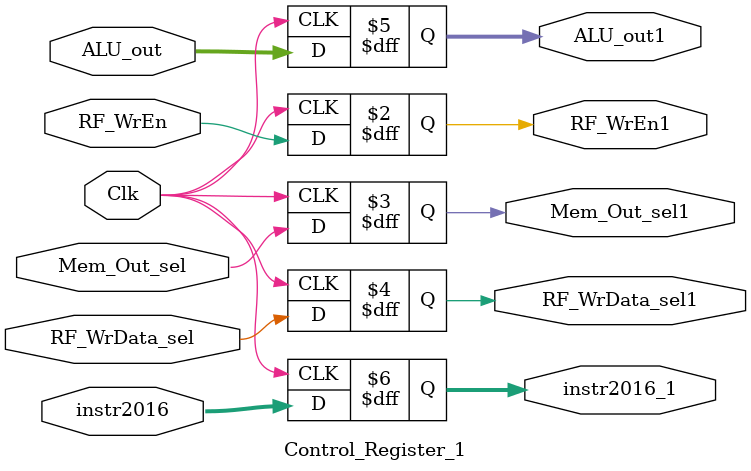
<source format=v>
`timescale 1ns / 1ps
module Control_Register_1( input RF_WrEn, Mem_Out_sel, RF_WrData_sel, Clk,
									input [31:0] ALU_out,
									input [4:0] instr2016,
									output reg RF_WrEn1, Mem_Out_sel1, RF_WrData_sel1,
									output reg [31:0] ALU_out1,
									output reg [4:0] instr2016_1
									);
									
									always @(posedge Clk) begin
									
									
										instr2016_1 = instr2016;
										ALU_out1 = ALU_out;
										RF_WrEn1 = RF_WrEn;
										Mem_Out_sel1 = Mem_Out_sel;
										RF_WrData_sel1 = RF_WrData_sel;
							
									end

endmodule

</source>
